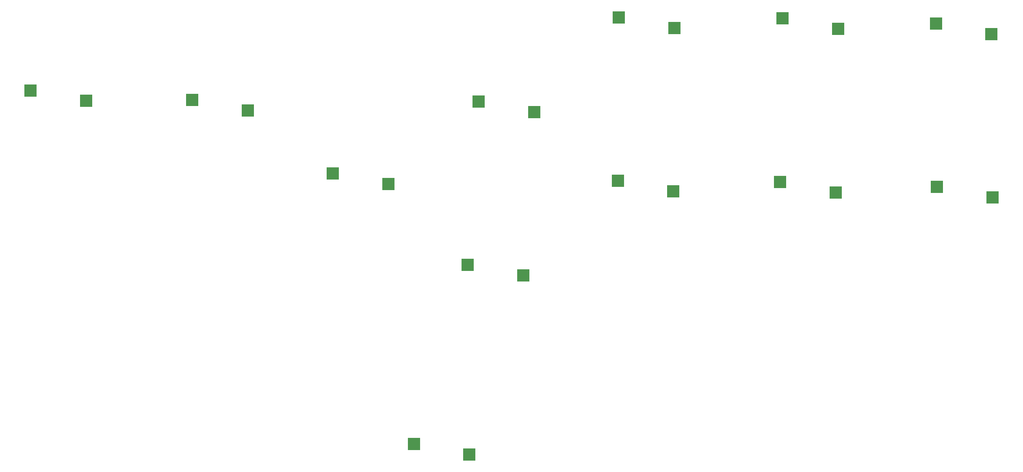
<source format=gbr>
%TF.GenerationSoftware,KiCad,Pcbnew,8.0.1*%
%TF.CreationDate,2024-03-26T13:51:38-04:00*%
%TF.ProjectId,hitbox,68697462-6f78-42e6-9b69-6361645f7063,rev?*%
%TF.SameCoordinates,Original*%
%TF.FileFunction,Paste,Bot*%
%TF.FilePolarity,Positive*%
%FSLAX46Y46*%
G04 Gerber Fmt 4.6, Leading zero omitted, Abs format (unit mm)*
G04 Created by KiCad (PCBNEW 8.0.1) date 2024-03-26 13:51:38*
%MOMM*%
%LPD*%
G01*
G04 APERTURE LIST*
%ADD10R,2.600000X2.600000*%
G04 APERTURE END LIST*
D10*
%TO.C,B/Circle*%
X258225000Y-110400000D03*
X269775000Y-112600000D03*
%TD*%
%TO.C,Up*%
X169525000Y-93600000D03*
X181075000Y-95800000D03*
%TD*%
%TO.C,Left*%
X135825000Y-91600000D03*
X147375000Y-93800000D03*
%TD*%
%TO.C,LT*%
X324725000Y-111700000D03*
X336275000Y-113900000D03*
%TD*%
%TO.C,Up*%
X215725000Y-165300000D03*
X227275000Y-167500000D03*
%TD*%
%TO.C,LB*%
X324525000Y-77700000D03*
X336075000Y-79900000D03*
%TD*%
%TO.C,Y/Triangle*%
X269975000Y-78600000D03*
X258425000Y-76400000D03*
%TD*%
%TO.C,Right*%
X198825000Y-108900000D03*
X210375000Y-111100000D03*
%TD*%
%TO.C,X/Square*%
X229225000Y-93900000D03*
X240775000Y-96100000D03*
%TD*%
%TO.C,X/A*%
X226925000Y-128000000D03*
X238475000Y-130200000D03*
%TD*%
%TO.C,RT*%
X292025000Y-110700000D03*
X303575000Y-112900000D03*
%TD*%
%TO.C,RB*%
X292525000Y-76600000D03*
X304075000Y-78800000D03*
%TD*%
M02*

</source>
